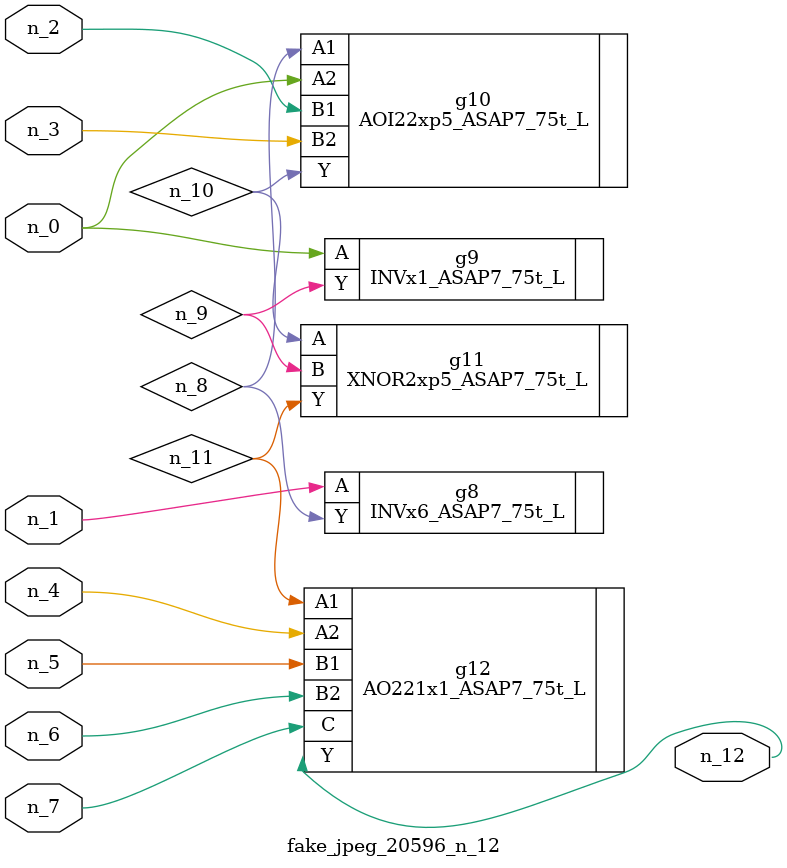
<source format=v>
module fake_jpeg_20596_n_12 (n_3, n_2, n_1, n_0, n_4, n_6, n_5, n_7, n_12);

input n_3;
input n_2;
input n_1;
input n_0;
input n_4;
input n_6;
input n_5;
input n_7;

output n_12;

wire n_11;
wire n_10;
wire n_8;
wire n_9;

INVx6_ASAP7_75t_L g8 ( 
.A(n_1),
.Y(n_8)
);

INVx1_ASAP7_75t_L g9 ( 
.A(n_0),
.Y(n_9)
);

AOI22xp5_ASAP7_75t_L g10 ( 
.A1(n_8),
.A2(n_0),
.B1(n_2),
.B2(n_3),
.Y(n_10)
);

XNOR2xp5_ASAP7_75t_L g11 ( 
.A(n_10),
.B(n_9),
.Y(n_11)
);

AO221x1_ASAP7_75t_L g12 ( 
.A1(n_11),
.A2(n_4),
.B1(n_5),
.B2(n_6),
.C(n_7),
.Y(n_12)
);


endmodule
</source>
